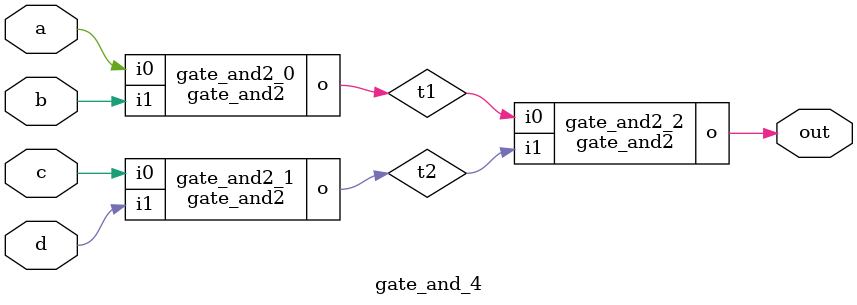
<source format=v>

module binary_0_6 (output wire [0:5] out);
assign out =6'b 0;
endmodule

module binary_100011_6 (output wire [0:5] out);
assign out =6'b 100011;
endmodule

module binary_101011_6 (output wire [0:5] out);
assign out =6'b 101011;
endmodule

module binary_100_6 (output wire [0:5] out);
assign out =6'b 100;
endmodule

module binary_1000_6 (output wire [0:5] out);
assign out =6'b 1000;
endmodule

module gate_xnor2inv (input wire  i0, i1, output wire  o);
  assign o = i0 ^ i1;
endmodule

module gate_invert (input wire  i, output wire  o);
  assign o = !i;
endmodule

module gate_and2 (input wire  i0, i1, output wire  o);
  assign o = i0 & i1;
endmodule


module gate_or2 (input wire  i0, i1, output wire  o);
  assign o = i0 | i1;
endmodule

module id (input wire  i, output wire  o);
 assign o = i;
endmodule

module control_logic_single_cycle (input wire [0:5] op_code, funct, output wire  mem_to_reg, mem_write, branch, alu_src, reg_dest, reg_write, output wire [0:2] alu_control);
  wire [0:1] alu_op;
  main_decoder_single_cycle main_decoder_single_cycle_0(op_code, mem_to_reg, mem_write, branch, alu_src, reg_dest, reg_write, alu_op);
  alu_decoder_single_cycle alu_decoder_single_cycle_1(funct, alu_op, alu_control);
endmodule

module main_decoder_single_cycle (input wire [0:5] op_code, output wire  mem_to_reg, mem_write, branch, alu_src, reg_dest, reg_write, output wire [0:1] alu_op);
  wire  is_equal_addi, is_equal_beq, is_equal_lw, is_equal_r_type, is_equal_sw;
  wire [0:5] addi, beq, lw, r_type, sw;
  binary_0_6 binary_0_6_0(r_type);
  binary_100011_6 binary_100011_6_1(lw);
  binary_101011_6 binary_101011_6_2(sw);
  binary_100_6 binary_100_6_3(beq);
  binary_1000_6 binary_1000_6_4(addi);
  comparator_6 comparator_6_5(op_code, r_type, is_equal_r_type);
  comparator_6 comparator_6_6(op_code, lw, is_equal_lw);
  comparator_6 comparator_6_7(op_code, sw, is_equal_sw);
  comparator_6 comparator_6_8(op_code, beq, is_equal_beq);
  comparator_6 comparator_6_9(op_code, addi, is_equal_addi);
  gate_or_3 gate_or_3_10(is_equal_r_type, is_equal_lw, is_equal_addi, reg_write);
  id id_11(is_equal_r_type, reg_dest);
  gate_or_3 gate_or_3_12(is_equal_lw, is_equal_sw, is_equal_addi, alu_src);
  id id_13(is_equal_beq, branch);
  id id_14(is_equal_sw, mem_write);
  id id_15(is_equal_lw, mem_to_reg);
  id id_16(is_equal_r_type, alu_op[0]);
  id id_17(is_equal_beq, alu_op[1]);
endmodule

module comparator_6 (input wire [0:5] i0, i1, output wire  op);
  wire  o;
  gate_xnor2 gate_xnor2_0(i0[0], i1[0], o);
  comparator_unit_5 comparator_unit_5_1(o, i0[1:5], i1[1:5], op);
endmodule

module gate_xnor2 (input wire  i0, i1, output wire  o);
  wire  _t;
  gate_xnor2inv gate_xnor2inv_0(i0, i1, _t);
  gate_invert gate_invert_1(_t, o);
endmodule

module comparator_unit_5 (input wire  i, input wire [0:4] i0, i1, output wire  o);
  wire [0:3] _i, _o;
  comparator_unit comparator_unit_0(i, i0[0], i1[0], _o[0]);
  id_1 id_1_1(_o[0], _i[0]);
  comparator_unit comparator_unit_2(_i[0], i0[1], i1[1], _o[1]);
  id_1 id_1_3(_o[1], _i[1]);
  comparator_unit comparator_unit_4(_i[1], i0[2], i1[2], _o[2]);
  id_1 id_1_5(_o[2], _i[2]);
  comparator_unit comparator_unit_6(_i[2], i0[3], i1[3], _o[3]);
  id_1 id_1_7(_o[3], _i[3]);
  comparator_unit comparator_unit_8(_i[3], i0[4], i1[4], o);
endmodule

module comparator_unit (input wire  i, i0, i1, output wire  o);
  wire  _o;
  gate_xnor2 gate_xnor2_0(i0, i1, _o);
  gate_and2 gate_and2_1(_o, i, o);
endmodule

module id_1 (input wire  i, output wire  o);
  id id_0(i, o);
endmodule

module gate_or_3 (input wire  a, b, c, output wire  out);
  wire  t1;
  gate_or2 gate_or2_0(a, b, t1);
  gate_or2 gate_or2_1(t1, c, out);
endmodule

module alu_decoder_single_cycle (input wire [0:5] funct, input wire [0:1] alu_op, output wire [0:2] alu_control);
  wire  _a1, _a2, _f1, _f2, _f3, _f4, _f5, _f6, a1, a2, f1, f2, f3, f4, f5, f6, t1, t2, t3, t4, t5, t6, t7, t8, t9;
  id id_0(alu_op[0], a1);
  id id_1(alu_op[1], a2);
  id id_2(funct[0], f1);
  id id_3(funct[1], f2);
  id id_4(funct[2], f3);
  id id_5(funct[3], f4);
  id id_6(funct[4], f5);
  id id_7(funct[5], f6);
  gate_invert gate_invert_8(a1, _a1);
  gate_invert gate_invert_9(a2, _a2);
  gate_invert gate_invert_10(f1, _f1);
  gate_invert gate_invert_11(f2, _f2);
  gate_invert gate_invert_12(f3, _f3);
  gate_invert gate_invert_13(f4, _f4);
  gate_invert gate_invert_14(f5, _f5);
  gate_invert gate_invert_15(f6, _f6);
  gate_and_6 gate_and_6_16(a1, f1, _f2, _f4, f5, _f6, t1);
  gate_or2 gate_or2_17(t1, a2, alu_control[0]);
  gate_and2 gate_and2_18(f3, f5, t2);
  gate_or2 gate_or2_19(_f3, t2, t3);
  gate_and_6 gate_and_6_20(_f2, f3, _f4, f5, _f6, t3, t4);
  gate_and2 gate_and2_21(_a1, _a2, t5);
  gate_or2 gate_or2_22(t5, a2, t6);
  gate_or2 gate_or2_23(t4, t6, alu_control[1]);
  gate_and_4 gate_and_4_24(_f3, f4, _f5, f6, t7);
  gate_and_4 gate_and_4_25(f3, _f4, f5, _f6, t8);
  gate_or2 gate_or2_26(t7, t8, t9);
  gate_and_4 gate_and_4_27(a1, f1, _f2, t9, alu_control[2]);
endmodule

module gate_and_6 (input wire  a, b, c, d, e, f, output wire  out);
  wire  t1, t2, t3, t4;
  gate_and2 gate_and2_0(a, b, t1);
  gate_and2 gate_and2_1(c, d, t2);
  gate_and2 gate_and2_2(e, f, t3);
  gate_and2 gate_and2_3(t1, t2, t4);
  gate_and2 gate_and2_4(t4, t3, out);
endmodule

module gate_and_4 (input wire  a, b, c, d, output wire  out);
  wire  t1, t2;
  gate_and2 gate_and2_0(a, b, t1);
  gate_and2 gate_and2_1(c, d, t2);
  gate_and2 gate_and2_2(t1, t2, out);
endmodule

</source>
